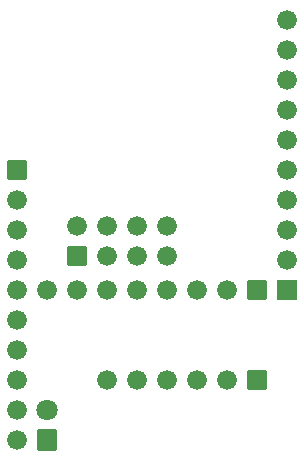
<source format=gbs>
G04 Layer: BottomSolderMaskLayer*
G04 EasyEDA v6.5.20, 2022-10-25 13:43:38*
G04 140ee39b9ffe45fd8fe92b6b1275b3e1,2b06a704b0b744f5a7d1a44ad6c904bc,10*
G04 Gerber Generator version 0.2*
G04 Scale: 100 percent, Rotated: No, Reflected: No *
G04 Dimensions in millimeters *
G04 leading zeros omitted , absolute positions ,4 integer and 5 decimal *
%FSLAX45Y45*%
%MOMM*%

%AMMACRO1*1,1,$1,$2,$3*1,1,$1,$4,$5*1,1,$1,0-$2,0-$3*1,1,$1,0-$4,0-$5*20,1,$1,$2,$3,$4,$5,0*20,1,$1,$4,$5,0-$2,0-$3,0*20,1,$1,0-$2,0-$3,0-$4,0-$5,0*20,1,$1,0-$4,0-$5,$2,$3,0*4,1,4,$2,$3,$4,$5,0-$2,0-$3,0-$4,0-$5,$2,$3,0*%
%ADD10C,1.6764*%
%ADD11R,1.6764X1.6764*%
%ADD12MACRO1,0.1016X0.7874X0.7874X0.7874X-0.7874*%
%ADD13MACRO1,0.1016X-0.7874X-0.85X-0.7874X0.85*%
%ADD14C,1.8016*%
%ADD15MACRO1,0.1016X-0.7874X0.7874X0.7874X0.7874*%
%ADD16MACRO1,0.1016X0.7874X-0.7874X-0.7874X-0.7874*%

%LPD*%
D10*
G01*
X2184400Y3975100D03*
G01*
X2184400Y3721100D03*
G01*
X2184400Y3467100D03*
G01*
X2184400Y3213100D03*
G01*
X2184400Y2959100D03*
G01*
X2184400Y2705100D03*
G01*
X2184400Y2451100D03*
G01*
X2184400Y2197100D03*
G01*
X2184400Y1943100D03*
D11*
G01*
X2184400Y1689100D03*
D10*
G01*
X-101600Y419100D03*
G01*
X-101600Y673100D03*
G01*
X-101600Y927100D03*
G01*
X-101600Y1181100D03*
G01*
X-101600Y1435100D03*
G01*
X-101600Y1689100D03*
G01*
X-101600Y1943100D03*
G01*
X-101600Y2197100D03*
G01*
X-101600Y2451100D03*
D12*
G01*
X-101600Y2705100D03*
D13*
G01*
X152400Y419101D03*
D14*
G01*
X152400Y673100D03*
D15*
G01*
X406400Y1981200D03*
D10*
G01*
X406400Y2235200D03*
G01*
X660400Y1981200D03*
G01*
X660400Y2235200D03*
G01*
X914400Y1981200D03*
G01*
X914400Y2235200D03*
G01*
X1168400Y1981200D03*
G01*
X1168400Y2235200D03*
D16*
G01*
X1930400Y1689100D03*
D10*
G01*
X1676400Y1689100D03*
G01*
X1422400Y1689100D03*
G01*
X1168400Y1689100D03*
G01*
X914400Y1689100D03*
G01*
X660400Y1689100D03*
G01*
X406400Y1689100D03*
G01*
X152400Y1689100D03*
G01*
X660400Y927100D03*
G01*
X914400Y927100D03*
G01*
X1168400Y927100D03*
G01*
X1422400Y927100D03*
G01*
X1676400Y927100D03*
D16*
G01*
X1930400Y927100D03*
M02*

</source>
